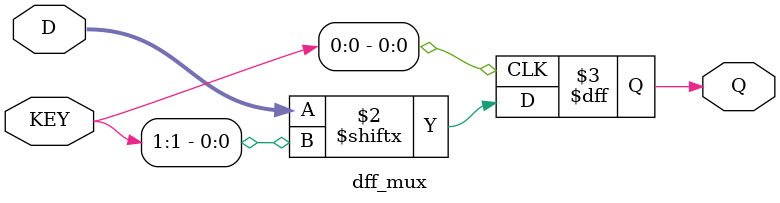
<source format=v>
module top_module (
	input [2:0] SW,      // R
	input [1:0] KEY,     // L and clk
	output [2:0] LEDR);  // Q
	
    wire Q0, Q1, Q2;
    
    dff_mux dff_mux_1(.D({SW[0], LEDR[2]}), .KEY(KEY), .Q(LEDR[0])); // {MSB, LSB}
    dff_mux dff_mux_2(.D({SW[1], LEDR[0]}), .KEY(KEY), .Q(LEDR[1]));
    dff_mux dff_mux_3(.D({SW[2], LEDR[2]^LEDR[1]}), .KEY(KEY), .Q(LEDR[2]));

endmodule

module dff_mux (
    input [1:0] D,
    input [1:0] KEY, // KEY[1] = L, KEY[0] = CLK
    output [0:0] Q);
    
    always @(posedge KEY[0]) begin
        Q <= D[KEY[1]];
    end
endmodule 

</source>
